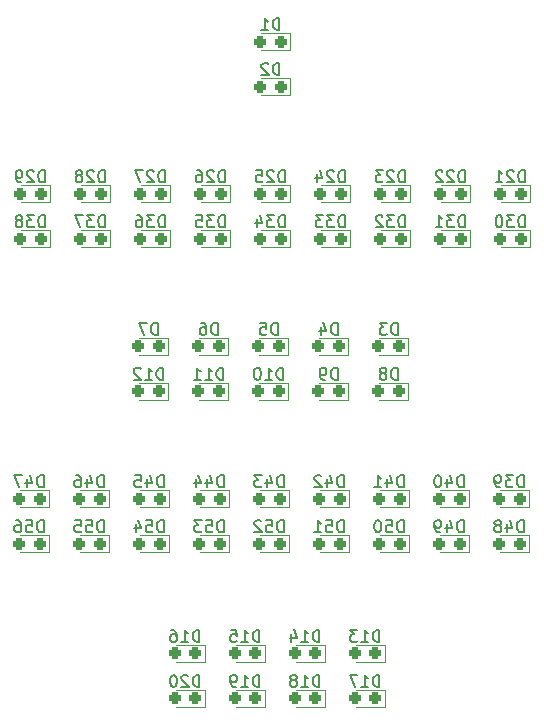
<source format=gbo>
G04 #@! TF.GenerationSoftware,KiCad,Pcbnew,(6.0.2)*
G04 #@! TF.CreationDate,2022-06-08T21:31:36-07:00*
G04 #@! TF.ProjectId,iflfu-bottom,69666c66-752d-4626-9f74-746f6d2e6b69,rev?*
G04 #@! TF.SameCoordinates,Original*
G04 #@! TF.FileFunction,Legend,Bot*
G04 #@! TF.FilePolarity,Positive*
%FSLAX46Y46*%
G04 Gerber Fmt 4.6, Leading zero omitted, Abs format (unit mm)*
G04 Created by KiCad (PCBNEW (6.0.2)) date 2022-06-08 21:31:36*
%MOMM*%
%LPD*%
G01*
G04 APERTURE LIST*
G04 Aperture macros list*
%AMRoundRect*
0 Rectangle with rounded corners*
0 $1 Rounding radius*
0 $2 $3 $4 $5 $6 $7 $8 $9 X,Y pos of 4 corners*
0 Add a 4 corners polygon primitive as box body*
4,1,4,$2,$3,$4,$5,$6,$7,$8,$9,$2,$3,0*
0 Add four circle primitives for the rounded corners*
1,1,$1+$1,$2,$3*
1,1,$1+$1,$4,$5*
1,1,$1+$1,$6,$7*
1,1,$1+$1,$8,$9*
0 Add four rect primitives between the rounded corners*
20,1,$1+$1,$2,$3,$4,$5,0*
20,1,$1+$1,$4,$5,$6,$7,0*
20,1,$1+$1,$6,$7,$8,$9,0*
20,1,$1+$1,$8,$9,$2,$3,0*%
G04 Aperture macros list end*
%ADD10C,0.150000*%
%ADD11C,0.120000*%
%ADD12C,1.000000*%
%ADD13O,5.080000X2.540000*%
%ADD14RoundRect,0.237500X0.287500X0.237500X-0.287500X0.237500X-0.287500X-0.237500X0.287500X-0.237500X0*%
%ADD15O,2.540000X5.080000*%
G04 APERTURE END LIST*
D10*
X160734285Y-192567097D02*
X160734285Y-191567097D01*
X160496190Y-191567097D01*
X160353333Y-191614717D01*
X160258095Y-191709955D01*
X160210476Y-191805193D01*
X160162857Y-191995669D01*
X160162857Y-192138526D01*
X160210476Y-192329002D01*
X160258095Y-192424240D01*
X160353333Y-192519478D01*
X160496190Y-192567097D01*
X160734285Y-192567097D01*
X159258095Y-191567097D02*
X159734285Y-191567097D01*
X159781904Y-192043288D01*
X159734285Y-191995669D01*
X159639047Y-191948050D01*
X159400952Y-191948050D01*
X159305714Y-191995669D01*
X159258095Y-192043288D01*
X159210476Y-192138526D01*
X159210476Y-192376621D01*
X159258095Y-192471859D01*
X159305714Y-192519478D01*
X159400952Y-192567097D01*
X159639047Y-192567097D01*
X159734285Y-192519478D01*
X159781904Y-192471859D01*
X158353333Y-191900431D02*
X158353333Y-192567097D01*
X158591428Y-191519478D02*
X158829523Y-192233764D01*
X158210476Y-192233764D01*
X170994285Y-166757097D02*
X170994285Y-165757097D01*
X170756190Y-165757097D01*
X170613333Y-165804717D01*
X170518095Y-165899955D01*
X170470476Y-165995193D01*
X170422857Y-166185669D01*
X170422857Y-166328526D01*
X170470476Y-166519002D01*
X170518095Y-166614240D01*
X170613333Y-166709478D01*
X170756190Y-166757097D01*
X170994285Y-166757097D01*
X170089523Y-165757097D02*
X169470476Y-165757097D01*
X169803809Y-166138050D01*
X169660952Y-166138050D01*
X169565714Y-166185669D01*
X169518095Y-166233288D01*
X169470476Y-166328526D01*
X169470476Y-166566621D01*
X169518095Y-166661859D01*
X169565714Y-166709478D01*
X169660952Y-166757097D01*
X169946666Y-166757097D01*
X170041904Y-166709478D01*
X170089523Y-166661859D01*
X168613333Y-166090431D02*
X168613333Y-166757097D01*
X168851428Y-165709478D02*
X169089523Y-166423764D01*
X168470476Y-166423764D01*
X163754285Y-205667097D02*
X163754285Y-204667097D01*
X163516190Y-204667097D01*
X163373333Y-204714717D01*
X163278095Y-204809955D01*
X163230476Y-204905193D01*
X163182857Y-205095669D01*
X163182857Y-205238526D01*
X163230476Y-205429002D01*
X163278095Y-205524240D01*
X163373333Y-205619478D01*
X163516190Y-205667097D01*
X163754285Y-205667097D01*
X162801904Y-204762336D02*
X162754285Y-204714717D01*
X162659047Y-204667097D01*
X162420952Y-204667097D01*
X162325714Y-204714717D01*
X162278095Y-204762336D01*
X162230476Y-204857574D01*
X162230476Y-204952812D01*
X162278095Y-205095669D01*
X162849523Y-205667097D01*
X162230476Y-205667097D01*
X161611428Y-204667097D02*
X161516190Y-204667097D01*
X161420952Y-204714717D01*
X161373333Y-204762336D01*
X161325714Y-204857574D01*
X161278095Y-205048050D01*
X161278095Y-205286145D01*
X161325714Y-205476621D01*
X161373333Y-205571859D01*
X161420952Y-205619478D01*
X161516190Y-205667097D01*
X161611428Y-205667097D01*
X161706666Y-205619478D01*
X161754285Y-205571859D01*
X161801904Y-205476621D01*
X161849523Y-205286145D01*
X161849523Y-205048050D01*
X161801904Y-204857574D01*
X161754285Y-204762336D01*
X161706666Y-204714717D01*
X161611428Y-204667097D01*
X165814285Y-188757097D02*
X165814285Y-187757097D01*
X165576190Y-187757097D01*
X165433333Y-187804717D01*
X165338095Y-187899955D01*
X165290476Y-187995193D01*
X165242857Y-188185669D01*
X165242857Y-188328526D01*
X165290476Y-188519002D01*
X165338095Y-188614240D01*
X165433333Y-188709478D01*
X165576190Y-188757097D01*
X165814285Y-188757097D01*
X164385714Y-188090431D02*
X164385714Y-188757097D01*
X164623809Y-187709478D02*
X164861904Y-188423764D01*
X164242857Y-188423764D01*
X163433333Y-188090431D02*
X163433333Y-188757097D01*
X163671428Y-187709478D02*
X163909523Y-188423764D01*
X163290476Y-188423764D01*
X186134285Y-192567097D02*
X186134285Y-191567097D01*
X185896190Y-191567097D01*
X185753333Y-191614717D01*
X185658095Y-191709955D01*
X185610476Y-191805193D01*
X185562857Y-191995669D01*
X185562857Y-192138526D01*
X185610476Y-192329002D01*
X185658095Y-192424240D01*
X185753333Y-192519478D01*
X185896190Y-192567097D01*
X186134285Y-192567097D01*
X184705714Y-191900431D02*
X184705714Y-192567097D01*
X184943809Y-191519478D02*
X185181904Y-192233764D01*
X184562857Y-192233764D01*
X184134285Y-192567097D02*
X183943809Y-192567097D01*
X183848571Y-192519478D01*
X183800952Y-192471859D01*
X183705714Y-192329002D01*
X183658095Y-192138526D01*
X183658095Y-191757574D01*
X183705714Y-191662336D01*
X183753333Y-191614717D01*
X183848571Y-191567097D01*
X184039047Y-191567097D01*
X184134285Y-191614717D01*
X184181904Y-191662336D01*
X184229523Y-191757574D01*
X184229523Y-191995669D01*
X184181904Y-192090907D01*
X184134285Y-192138526D01*
X184039047Y-192186145D01*
X183848571Y-192186145D01*
X183753333Y-192138526D01*
X183705714Y-192090907D01*
X183658095Y-191995669D01*
X170854285Y-179667097D02*
X170854285Y-178667097D01*
X170616190Y-178667097D01*
X170473333Y-178714717D01*
X170378095Y-178809955D01*
X170330476Y-178905193D01*
X170282857Y-179095669D01*
X170282857Y-179238526D01*
X170330476Y-179429002D01*
X170378095Y-179524240D01*
X170473333Y-179619478D01*
X170616190Y-179667097D01*
X170854285Y-179667097D01*
X169330476Y-179667097D02*
X169901904Y-179667097D01*
X169616190Y-179667097D02*
X169616190Y-178667097D01*
X169711428Y-178809955D01*
X169806666Y-178905193D01*
X169901904Y-178952812D01*
X168711428Y-178667097D02*
X168616190Y-178667097D01*
X168520952Y-178714717D01*
X168473333Y-178762336D01*
X168425714Y-178857574D01*
X168378095Y-179048050D01*
X168378095Y-179286145D01*
X168425714Y-179476621D01*
X168473333Y-179571859D01*
X168520952Y-179619478D01*
X168616190Y-179667097D01*
X168711428Y-179667097D01*
X168806666Y-179619478D01*
X168854285Y-179571859D01*
X168901904Y-179476621D01*
X168949523Y-179286145D01*
X168949523Y-179048050D01*
X168901904Y-178857574D01*
X168854285Y-178762336D01*
X168806666Y-178714717D01*
X168711428Y-178667097D01*
X155754285Y-162947097D02*
X155754285Y-161947097D01*
X155516190Y-161947097D01*
X155373333Y-161994717D01*
X155278095Y-162089955D01*
X155230476Y-162185193D01*
X155182857Y-162375669D01*
X155182857Y-162518526D01*
X155230476Y-162709002D01*
X155278095Y-162804240D01*
X155373333Y-162899478D01*
X155516190Y-162947097D01*
X155754285Y-162947097D01*
X154801904Y-162042336D02*
X154754285Y-161994717D01*
X154659047Y-161947097D01*
X154420952Y-161947097D01*
X154325714Y-161994717D01*
X154278095Y-162042336D01*
X154230476Y-162137574D01*
X154230476Y-162232812D01*
X154278095Y-162375669D01*
X154849523Y-162947097D01*
X154230476Y-162947097D01*
X153659047Y-162375669D02*
X153754285Y-162328050D01*
X153801904Y-162280431D01*
X153849523Y-162185193D01*
X153849523Y-162137574D01*
X153801904Y-162042336D01*
X153754285Y-161994717D01*
X153659047Y-161947097D01*
X153468571Y-161947097D01*
X153373333Y-161994717D01*
X153325714Y-162042336D01*
X153278095Y-162137574D01*
X153278095Y-162185193D01*
X153325714Y-162280431D01*
X153373333Y-162328050D01*
X153468571Y-162375669D01*
X153659047Y-162375669D01*
X153754285Y-162423288D01*
X153801904Y-162470907D01*
X153849523Y-162566145D01*
X153849523Y-162756621D01*
X153801904Y-162851859D01*
X153754285Y-162899478D01*
X153659047Y-162947097D01*
X153468571Y-162947097D01*
X153373333Y-162899478D01*
X153325714Y-162851859D01*
X153278095Y-162756621D01*
X153278095Y-162566145D01*
X153325714Y-162470907D01*
X153373333Y-162423288D01*
X153468571Y-162375669D01*
X170994285Y-162947097D02*
X170994285Y-161947097D01*
X170756190Y-161947097D01*
X170613333Y-161994717D01*
X170518095Y-162089955D01*
X170470476Y-162185193D01*
X170422857Y-162375669D01*
X170422857Y-162518526D01*
X170470476Y-162709002D01*
X170518095Y-162804240D01*
X170613333Y-162899478D01*
X170756190Y-162947097D01*
X170994285Y-162947097D01*
X170041904Y-162042336D02*
X169994285Y-161994717D01*
X169899047Y-161947097D01*
X169660952Y-161947097D01*
X169565714Y-161994717D01*
X169518095Y-162042336D01*
X169470476Y-162137574D01*
X169470476Y-162232812D01*
X169518095Y-162375669D01*
X170089523Y-162947097D01*
X169470476Y-162947097D01*
X168565714Y-161947097D02*
X169041904Y-161947097D01*
X169089523Y-162423288D01*
X169041904Y-162375669D01*
X168946666Y-162328050D01*
X168708571Y-162328050D01*
X168613333Y-162375669D01*
X168565714Y-162423288D01*
X168518095Y-162518526D01*
X168518095Y-162756621D01*
X168565714Y-162851859D01*
X168613333Y-162899478D01*
X168708571Y-162947097D01*
X168946666Y-162947097D01*
X169041904Y-162899478D01*
X169089523Y-162851859D01*
X170894285Y-188757097D02*
X170894285Y-187757097D01*
X170656190Y-187757097D01*
X170513333Y-187804717D01*
X170418095Y-187899955D01*
X170370476Y-187995193D01*
X170322857Y-188185669D01*
X170322857Y-188328526D01*
X170370476Y-188519002D01*
X170418095Y-188614240D01*
X170513333Y-188709478D01*
X170656190Y-188757097D01*
X170894285Y-188757097D01*
X169465714Y-188090431D02*
X169465714Y-188757097D01*
X169703809Y-187709478D02*
X169941904Y-188423764D01*
X169322857Y-188423764D01*
X169037142Y-187757097D02*
X168418095Y-187757097D01*
X168751428Y-188138050D01*
X168608571Y-188138050D01*
X168513333Y-188185669D01*
X168465714Y-188233288D01*
X168418095Y-188328526D01*
X168418095Y-188566621D01*
X168465714Y-188661859D01*
X168513333Y-188709478D01*
X168608571Y-188757097D01*
X168894285Y-188757097D01*
X168989523Y-188709478D01*
X169037142Y-188661859D01*
X186234285Y-166757097D02*
X186234285Y-165757097D01*
X185996190Y-165757097D01*
X185853333Y-165804717D01*
X185758095Y-165899955D01*
X185710476Y-165995193D01*
X185662857Y-166185669D01*
X185662857Y-166328526D01*
X185710476Y-166519002D01*
X185758095Y-166614240D01*
X185853333Y-166709478D01*
X185996190Y-166757097D01*
X186234285Y-166757097D01*
X185329523Y-165757097D02*
X184710476Y-165757097D01*
X185043809Y-166138050D01*
X184900952Y-166138050D01*
X184805714Y-166185669D01*
X184758095Y-166233288D01*
X184710476Y-166328526D01*
X184710476Y-166566621D01*
X184758095Y-166661859D01*
X184805714Y-166709478D01*
X184900952Y-166757097D01*
X185186666Y-166757097D01*
X185281904Y-166709478D01*
X185329523Y-166661859D01*
X183758095Y-166757097D02*
X184329523Y-166757097D01*
X184043809Y-166757097D02*
X184043809Y-165757097D01*
X184139047Y-165899955D01*
X184234285Y-165995193D01*
X184329523Y-166042812D01*
X165298095Y-175857097D02*
X165298095Y-174857097D01*
X165060000Y-174857097D01*
X164917142Y-174904717D01*
X164821904Y-174999955D01*
X164774285Y-175095193D01*
X164726666Y-175285669D01*
X164726666Y-175428526D01*
X164774285Y-175619002D01*
X164821904Y-175714240D01*
X164917142Y-175809478D01*
X165060000Y-175857097D01*
X165298095Y-175857097D01*
X163869523Y-174857097D02*
X164060000Y-174857097D01*
X164155238Y-174904717D01*
X164202857Y-174952336D01*
X164298095Y-175095193D01*
X164345714Y-175285669D01*
X164345714Y-175666621D01*
X164298095Y-175761859D01*
X164250476Y-175809478D01*
X164155238Y-175857097D01*
X163964761Y-175857097D01*
X163869523Y-175809478D01*
X163821904Y-175761859D01*
X163774285Y-175666621D01*
X163774285Y-175428526D01*
X163821904Y-175333288D01*
X163869523Y-175285669D01*
X163964761Y-175238050D01*
X164155238Y-175238050D01*
X164250476Y-175285669D01*
X164298095Y-175333288D01*
X164345714Y-175428526D01*
X150674285Y-162947097D02*
X150674285Y-161947097D01*
X150436190Y-161947097D01*
X150293333Y-161994717D01*
X150198095Y-162089955D01*
X150150476Y-162185193D01*
X150102857Y-162375669D01*
X150102857Y-162518526D01*
X150150476Y-162709002D01*
X150198095Y-162804240D01*
X150293333Y-162899478D01*
X150436190Y-162947097D01*
X150674285Y-162947097D01*
X149721904Y-162042336D02*
X149674285Y-161994717D01*
X149579047Y-161947097D01*
X149340952Y-161947097D01*
X149245714Y-161994717D01*
X149198095Y-162042336D01*
X149150476Y-162137574D01*
X149150476Y-162232812D01*
X149198095Y-162375669D01*
X149769523Y-162947097D01*
X149150476Y-162947097D01*
X148674285Y-162947097D02*
X148483809Y-162947097D01*
X148388571Y-162899478D01*
X148340952Y-162851859D01*
X148245714Y-162709002D01*
X148198095Y-162518526D01*
X148198095Y-162137574D01*
X148245714Y-162042336D01*
X148293333Y-161994717D01*
X148388571Y-161947097D01*
X148579047Y-161947097D01*
X148674285Y-161994717D01*
X148721904Y-162042336D01*
X148769523Y-162137574D01*
X148769523Y-162375669D01*
X148721904Y-162470907D01*
X148674285Y-162518526D01*
X148579047Y-162566145D01*
X148388571Y-162566145D01*
X148293333Y-162518526D01*
X148245714Y-162470907D01*
X148198095Y-162375669D01*
X170538095Y-150057097D02*
X170538095Y-149057097D01*
X170300000Y-149057097D01*
X170157142Y-149104717D01*
X170061904Y-149199955D01*
X170014285Y-149295193D01*
X169966666Y-149485669D01*
X169966666Y-149628526D01*
X170014285Y-149819002D01*
X170061904Y-149914240D01*
X170157142Y-150009478D01*
X170300000Y-150057097D01*
X170538095Y-150057097D01*
X169014285Y-150057097D02*
X169585714Y-150057097D01*
X169300000Y-150057097D02*
X169300000Y-149057097D01*
X169395238Y-149199955D01*
X169490476Y-149295193D01*
X169585714Y-149342812D01*
X180538095Y-175857097D02*
X180538095Y-174857097D01*
X180300000Y-174857097D01*
X180157142Y-174904717D01*
X180061904Y-174999955D01*
X180014285Y-175095193D01*
X179966666Y-175285669D01*
X179966666Y-175428526D01*
X180014285Y-175619002D01*
X180061904Y-175714240D01*
X180157142Y-175809478D01*
X180300000Y-175857097D01*
X180538095Y-175857097D01*
X179633333Y-174857097D02*
X179014285Y-174857097D01*
X179347619Y-175238050D01*
X179204761Y-175238050D01*
X179109523Y-175285669D01*
X179061904Y-175333288D01*
X179014285Y-175428526D01*
X179014285Y-175666621D01*
X179061904Y-175761859D01*
X179109523Y-175809478D01*
X179204761Y-175857097D01*
X179490476Y-175857097D01*
X179585714Y-175809478D01*
X179633333Y-175761859D01*
X176074285Y-166757097D02*
X176074285Y-165757097D01*
X175836190Y-165757097D01*
X175693333Y-165804717D01*
X175598095Y-165899955D01*
X175550476Y-165995193D01*
X175502857Y-166185669D01*
X175502857Y-166328526D01*
X175550476Y-166519002D01*
X175598095Y-166614240D01*
X175693333Y-166709478D01*
X175836190Y-166757097D01*
X176074285Y-166757097D01*
X175169523Y-165757097D02*
X174550476Y-165757097D01*
X174883809Y-166138050D01*
X174740952Y-166138050D01*
X174645714Y-166185669D01*
X174598095Y-166233288D01*
X174550476Y-166328526D01*
X174550476Y-166566621D01*
X174598095Y-166661859D01*
X174645714Y-166709478D01*
X174740952Y-166757097D01*
X175026666Y-166757097D01*
X175121904Y-166709478D01*
X175169523Y-166661859D01*
X174217142Y-165757097D02*
X173598095Y-165757097D01*
X173931428Y-166138050D01*
X173788571Y-166138050D01*
X173693333Y-166185669D01*
X173645714Y-166233288D01*
X173598095Y-166328526D01*
X173598095Y-166566621D01*
X173645714Y-166661859D01*
X173693333Y-166709478D01*
X173788571Y-166757097D01*
X174074285Y-166757097D01*
X174169523Y-166709478D01*
X174217142Y-166661859D01*
X170894285Y-192567097D02*
X170894285Y-191567097D01*
X170656190Y-191567097D01*
X170513333Y-191614717D01*
X170418095Y-191709955D01*
X170370476Y-191805193D01*
X170322857Y-191995669D01*
X170322857Y-192138526D01*
X170370476Y-192329002D01*
X170418095Y-192424240D01*
X170513333Y-192519478D01*
X170656190Y-192567097D01*
X170894285Y-192567097D01*
X169418095Y-191567097D02*
X169894285Y-191567097D01*
X169941904Y-192043288D01*
X169894285Y-191995669D01*
X169799047Y-191948050D01*
X169560952Y-191948050D01*
X169465714Y-191995669D01*
X169418095Y-192043288D01*
X169370476Y-192138526D01*
X169370476Y-192376621D01*
X169418095Y-192471859D01*
X169465714Y-192519478D01*
X169560952Y-192567097D01*
X169799047Y-192567097D01*
X169894285Y-192519478D01*
X169941904Y-192471859D01*
X168989523Y-191662336D02*
X168941904Y-191614717D01*
X168846666Y-191567097D01*
X168608571Y-191567097D01*
X168513333Y-191614717D01*
X168465714Y-191662336D01*
X168418095Y-191757574D01*
X168418095Y-191852812D01*
X168465714Y-191995669D01*
X169037142Y-192567097D01*
X168418095Y-192567097D01*
X191314285Y-162947097D02*
X191314285Y-161947097D01*
X191076190Y-161947097D01*
X190933333Y-161994717D01*
X190838095Y-162089955D01*
X190790476Y-162185193D01*
X190742857Y-162375669D01*
X190742857Y-162518526D01*
X190790476Y-162709002D01*
X190838095Y-162804240D01*
X190933333Y-162899478D01*
X191076190Y-162947097D01*
X191314285Y-162947097D01*
X190361904Y-162042336D02*
X190314285Y-161994717D01*
X190219047Y-161947097D01*
X189980952Y-161947097D01*
X189885714Y-161994717D01*
X189838095Y-162042336D01*
X189790476Y-162137574D01*
X189790476Y-162232812D01*
X189838095Y-162375669D01*
X190409523Y-162947097D01*
X189790476Y-162947097D01*
X188838095Y-162947097D02*
X189409523Y-162947097D01*
X189123809Y-162947097D02*
X189123809Y-161947097D01*
X189219047Y-162089955D01*
X189314285Y-162185193D01*
X189409523Y-162232812D01*
X160694285Y-179667097D02*
X160694285Y-178667097D01*
X160456190Y-178667097D01*
X160313333Y-178714717D01*
X160218095Y-178809955D01*
X160170476Y-178905193D01*
X160122857Y-179095669D01*
X160122857Y-179238526D01*
X160170476Y-179429002D01*
X160218095Y-179524240D01*
X160313333Y-179619478D01*
X160456190Y-179667097D01*
X160694285Y-179667097D01*
X159170476Y-179667097D02*
X159741904Y-179667097D01*
X159456190Y-179667097D02*
X159456190Y-178667097D01*
X159551428Y-178809955D01*
X159646666Y-178905193D01*
X159741904Y-178952812D01*
X158789523Y-178762336D02*
X158741904Y-178714717D01*
X158646666Y-178667097D01*
X158408571Y-178667097D01*
X158313333Y-178714717D01*
X158265714Y-178762336D01*
X158218095Y-178857574D01*
X158218095Y-178952812D01*
X158265714Y-179095669D01*
X158837142Y-179667097D01*
X158218095Y-179667097D01*
X160734285Y-188757097D02*
X160734285Y-187757097D01*
X160496190Y-187757097D01*
X160353333Y-187804717D01*
X160258095Y-187899955D01*
X160210476Y-187995193D01*
X160162857Y-188185669D01*
X160162857Y-188328526D01*
X160210476Y-188519002D01*
X160258095Y-188614240D01*
X160353333Y-188709478D01*
X160496190Y-188757097D01*
X160734285Y-188757097D01*
X159305714Y-188090431D02*
X159305714Y-188757097D01*
X159543809Y-187709478D02*
X159781904Y-188423764D01*
X159162857Y-188423764D01*
X158305714Y-187757097D02*
X158781904Y-187757097D01*
X158829523Y-188233288D01*
X158781904Y-188185669D01*
X158686666Y-188138050D01*
X158448571Y-188138050D01*
X158353333Y-188185669D01*
X158305714Y-188233288D01*
X158258095Y-188328526D01*
X158258095Y-188566621D01*
X158305714Y-188661859D01*
X158353333Y-188709478D01*
X158448571Y-188757097D01*
X158686666Y-188757097D01*
X158781904Y-188709478D01*
X158829523Y-188661859D01*
X155654285Y-192567097D02*
X155654285Y-191567097D01*
X155416190Y-191567097D01*
X155273333Y-191614717D01*
X155178095Y-191709955D01*
X155130476Y-191805193D01*
X155082857Y-191995669D01*
X155082857Y-192138526D01*
X155130476Y-192329002D01*
X155178095Y-192424240D01*
X155273333Y-192519478D01*
X155416190Y-192567097D01*
X155654285Y-192567097D01*
X154178095Y-191567097D02*
X154654285Y-191567097D01*
X154701904Y-192043288D01*
X154654285Y-191995669D01*
X154559047Y-191948050D01*
X154320952Y-191948050D01*
X154225714Y-191995669D01*
X154178095Y-192043288D01*
X154130476Y-192138526D01*
X154130476Y-192376621D01*
X154178095Y-192471859D01*
X154225714Y-192519478D01*
X154320952Y-192567097D01*
X154559047Y-192567097D01*
X154654285Y-192519478D01*
X154701904Y-192471859D01*
X153225714Y-191567097D02*
X153701904Y-191567097D01*
X153749523Y-192043288D01*
X153701904Y-191995669D01*
X153606666Y-191948050D01*
X153368571Y-191948050D01*
X153273333Y-191995669D01*
X153225714Y-192043288D01*
X153178095Y-192138526D01*
X153178095Y-192376621D01*
X153225714Y-192471859D01*
X153273333Y-192519478D01*
X153368571Y-192567097D01*
X153606666Y-192567097D01*
X153701904Y-192519478D01*
X153749523Y-192471859D01*
X186134285Y-188757097D02*
X186134285Y-187757097D01*
X185896190Y-187757097D01*
X185753333Y-187804717D01*
X185658095Y-187899955D01*
X185610476Y-187995193D01*
X185562857Y-188185669D01*
X185562857Y-188328526D01*
X185610476Y-188519002D01*
X185658095Y-188614240D01*
X185753333Y-188709478D01*
X185896190Y-188757097D01*
X186134285Y-188757097D01*
X184705714Y-188090431D02*
X184705714Y-188757097D01*
X184943809Y-187709478D02*
X185181904Y-188423764D01*
X184562857Y-188423764D01*
X183991428Y-187757097D02*
X183896190Y-187757097D01*
X183800952Y-187804717D01*
X183753333Y-187852336D01*
X183705714Y-187947574D01*
X183658095Y-188138050D01*
X183658095Y-188376145D01*
X183705714Y-188566621D01*
X183753333Y-188661859D01*
X183800952Y-188709478D01*
X183896190Y-188757097D01*
X183991428Y-188757097D01*
X184086666Y-188709478D01*
X184134285Y-188661859D01*
X184181904Y-188566621D01*
X184229523Y-188376145D01*
X184229523Y-188138050D01*
X184181904Y-187947574D01*
X184134285Y-187852336D01*
X184086666Y-187804717D01*
X183991428Y-187757097D01*
X191214285Y-188757097D02*
X191214285Y-187757097D01*
X190976190Y-187757097D01*
X190833333Y-187804717D01*
X190738095Y-187899955D01*
X190690476Y-187995193D01*
X190642857Y-188185669D01*
X190642857Y-188328526D01*
X190690476Y-188519002D01*
X190738095Y-188614240D01*
X190833333Y-188709478D01*
X190976190Y-188757097D01*
X191214285Y-188757097D01*
X190309523Y-187757097D02*
X189690476Y-187757097D01*
X190023809Y-188138050D01*
X189880952Y-188138050D01*
X189785714Y-188185669D01*
X189738095Y-188233288D01*
X189690476Y-188328526D01*
X189690476Y-188566621D01*
X189738095Y-188661859D01*
X189785714Y-188709478D01*
X189880952Y-188757097D01*
X190166666Y-188757097D01*
X190261904Y-188709478D01*
X190309523Y-188661859D01*
X189214285Y-188757097D02*
X189023809Y-188757097D01*
X188928571Y-188709478D01*
X188880952Y-188661859D01*
X188785714Y-188519002D01*
X188738095Y-188328526D01*
X188738095Y-187947574D01*
X188785714Y-187852336D01*
X188833333Y-187804717D01*
X188928571Y-187757097D01*
X189119047Y-187757097D01*
X189214285Y-187804717D01*
X189261904Y-187852336D01*
X189309523Y-187947574D01*
X189309523Y-188185669D01*
X189261904Y-188280907D01*
X189214285Y-188328526D01*
X189119047Y-188376145D01*
X188928571Y-188376145D01*
X188833333Y-188328526D01*
X188785714Y-188280907D01*
X188738095Y-188185669D01*
X173914285Y-201857097D02*
X173914285Y-200857097D01*
X173676190Y-200857097D01*
X173533333Y-200904717D01*
X173438095Y-200999955D01*
X173390476Y-201095193D01*
X173342857Y-201285669D01*
X173342857Y-201428526D01*
X173390476Y-201619002D01*
X173438095Y-201714240D01*
X173533333Y-201809478D01*
X173676190Y-201857097D01*
X173914285Y-201857097D01*
X172390476Y-201857097D02*
X172961904Y-201857097D01*
X172676190Y-201857097D02*
X172676190Y-200857097D01*
X172771428Y-200999955D01*
X172866666Y-201095193D01*
X172961904Y-201142812D01*
X171533333Y-201190431D02*
X171533333Y-201857097D01*
X171771428Y-200809478D02*
X172009523Y-201523764D01*
X171390476Y-201523764D01*
X173914285Y-205667097D02*
X173914285Y-204667097D01*
X173676190Y-204667097D01*
X173533333Y-204714717D01*
X173438095Y-204809955D01*
X173390476Y-204905193D01*
X173342857Y-205095669D01*
X173342857Y-205238526D01*
X173390476Y-205429002D01*
X173438095Y-205524240D01*
X173533333Y-205619478D01*
X173676190Y-205667097D01*
X173914285Y-205667097D01*
X172390476Y-205667097D02*
X172961904Y-205667097D01*
X172676190Y-205667097D02*
X172676190Y-204667097D01*
X172771428Y-204809955D01*
X172866666Y-204905193D01*
X172961904Y-204952812D01*
X171819047Y-205095669D02*
X171914285Y-205048050D01*
X171961904Y-205000431D01*
X172009523Y-204905193D01*
X172009523Y-204857574D01*
X171961904Y-204762336D01*
X171914285Y-204714717D01*
X171819047Y-204667097D01*
X171628571Y-204667097D01*
X171533333Y-204714717D01*
X171485714Y-204762336D01*
X171438095Y-204857574D01*
X171438095Y-204905193D01*
X171485714Y-205000431D01*
X171533333Y-205048050D01*
X171628571Y-205095669D01*
X171819047Y-205095669D01*
X171914285Y-205143288D01*
X171961904Y-205190907D01*
X172009523Y-205286145D01*
X172009523Y-205476621D01*
X171961904Y-205571859D01*
X171914285Y-205619478D01*
X171819047Y-205667097D01*
X171628571Y-205667097D01*
X171533333Y-205619478D01*
X171485714Y-205571859D01*
X171438095Y-205476621D01*
X171438095Y-205286145D01*
X171485714Y-205190907D01*
X171533333Y-205143288D01*
X171628571Y-205095669D01*
X181154285Y-166757097D02*
X181154285Y-165757097D01*
X180916190Y-165757097D01*
X180773333Y-165804717D01*
X180678095Y-165899955D01*
X180630476Y-165995193D01*
X180582857Y-166185669D01*
X180582857Y-166328526D01*
X180630476Y-166519002D01*
X180678095Y-166614240D01*
X180773333Y-166709478D01*
X180916190Y-166757097D01*
X181154285Y-166757097D01*
X180249523Y-165757097D02*
X179630476Y-165757097D01*
X179963809Y-166138050D01*
X179820952Y-166138050D01*
X179725714Y-166185669D01*
X179678095Y-166233288D01*
X179630476Y-166328526D01*
X179630476Y-166566621D01*
X179678095Y-166661859D01*
X179725714Y-166709478D01*
X179820952Y-166757097D01*
X180106666Y-166757097D01*
X180201904Y-166709478D01*
X180249523Y-166661859D01*
X179249523Y-165852336D02*
X179201904Y-165804717D01*
X179106666Y-165757097D01*
X178868571Y-165757097D01*
X178773333Y-165804717D01*
X178725714Y-165852336D01*
X178678095Y-165947574D01*
X178678095Y-166042812D01*
X178725714Y-166185669D01*
X179297142Y-166757097D01*
X178678095Y-166757097D01*
X165774285Y-179667097D02*
X165774285Y-178667097D01*
X165536190Y-178667097D01*
X165393333Y-178714717D01*
X165298095Y-178809955D01*
X165250476Y-178905193D01*
X165202857Y-179095669D01*
X165202857Y-179238526D01*
X165250476Y-179429002D01*
X165298095Y-179524240D01*
X165393333Y-179619478D01*
X165536190Y-179667097D01*
X165774285Y-179667097D01*
X164250476Y-179667097D02*
X164821904Y-179667097D01*
X164536190Y-179667097D02*
X164536190Y-178667097D01*
X164631428Y-178809955D01*
X164726666Y-178905193D01*
X164821904Y-178952812D01*
X163298095Y-179667097D02*
X163869523Y-179667097D01*
X163583809Y-179667097D02*
X163583809Y-178667097D01*
X163679047Y-178809955D01*
X163774285Y-178905193D01*
X163869523Y-178952812D01*
X165914285Y-162947097D02*
X165914285Y-161947097D01*
X165676190Y-161947097D01*
X165533333Y-161994717D01*
X165438095Y-162089955D01*
X165390476Y-162185193D01*
X165342857Y-162375669D01*
X165342857Y-162518526D01*
X165390476Y-162709002D01*
X165438095Y-162804240D01*
X165533333Y-162899478D01*
X165676190Y-162947097D01*
X165914285Y-162947097D01*
X164961904Y-162042336D02*
X164914285Y-161994717D01*
X164819047Y-161947097D01*
X164580952Y-161947097D01*
X164485714Y-161994717D01*
X164438095Y-162042336D01*
X164390476Y-162137574D01*
X164390476Y-162232812D01*
X164438095Y-162375669D01*
X165009523Y-162947097D01*
X164390476Y-162947097D01*
X163533333Y-161947097D02*
X163723809Y-161947097D01*
X163819047Y-161994717D01*
X163866666Y-162042336D01*
X163961904Y-162185193D01*
X164009523Y-162375669D01*
X164009523Y-162756621D01*
X163961904Y-162851859D01*
X163914285Y-162899478D01*
X163819047Y-162947097D01*
X163628571Y-162947097D01*
X163533333Y-162899478D01*
X163485714Y-162851859D01*
X163438095Y-162756621D01*
X163438095Y-162518526D01*
X163485714Y-162423288D01*
X163533333Y-162375669D01*
X163628571Y-162328050D01*
X163819047Y-162328050D01*
X163914285Y-162375669D01*
X163961904Y-162423288D01*
X164009523Y-162518526D01*
X150574285Y-188757097D02*
X150574285Y-187757097D01*
X150336190Y-187757097D01*
X150193333Y-187804717D01*
X150098095Y-187899955D01*
X150050476Y-187995193D01*
X150002857Y-188185669D01*
X150002857Y-188328526D01*
X150050476Y-188519002D01*
X150098095Y-188614240D01*
X150193333Y-188709478D01*
X150336190Y-188757097D01*
X150574285Y-188757097D01*
X149145714Y-188090431D02*
X149145714Y-188757097D01*
X149383809Y-187709478D02*
X149621904Y-188423764D01*
X149002857Y-188423764D01*
X148717142Y-187757097D02*
X148050476Y-187757097D01*
X148479047Y-188757097D01*
X155754285Y-166757097D02*
X155754285Y-165757097D01*
X155516190Y-165757097D01*
X155373333Y-165804717D01*
X155278095Y-165899955D01*
X155230476Y-165995193D01*
X155182857Y-166185669D01*
X155182857Y-166328526D01*
X155230476Y-166519002D01*
X155278095Y-166614240D01*
X155373333Y-166709478D01*
X155516190Y-166757097D01*
X155754285Y-166757097D01*
X154849523Y-165757097D02*
X154230476Y-165757097D01*
X154563809Y-166138050D01*
X154420952Y-166138050D01*
X154325714Y-166185669D01*
X154278095Y-166233288D01*
X154230476Y-166328526D01*
X154230476Y-166566621D01*
X154278095Y-166661859D01*
X154325714Y-166709478D01*
X154420952Y-166757097D01*
X154706666Y-166757097D01*
X154801904Y-166709478D01*
X154849523Y-166661859D01*
X153897142Y-165757097D02*
X153230476Y-165757097D01*
X153659047Y-166757097D01*
X155654285Y-188757097D02*
X155654285Y-187757097D01*
X155416190Y-187757097D01*
X155273333Y-187804717D01*
X155178095Y-187899955D01*
X155130476Y-187995193D01*
X155082857Y-188185669D01*
X155082857Y-188328526D01*
X155130476Y-188519002D01*
X155178095Y-188614240D01*
X155273333Y-188709478D01*
X155416190Y-188757097D01*
X155654285Y-188757097D01*
X154225714Y-188090431D02*
X154225714Y-188757097D01*
X154463809Y-187709478D02*
X154701904Y-188423764D01*
X154082857Y-188423764D01*
X153273333Y-187757097D02*
X153463809Y-187757097D01*
X153559047Y-187804717D01*
X153606666Y-187852336D01*
X153701904Y-187995193D01*
X153749523Y-188185669D01*
X153749523Y-188566621D01*
X153701904Y-188661859D01*
X153654285Y-188709478D01*
X153559047Y-188757097D01*
X153368571Y-188757097D01*
X153273333Y-188709478D01*
X153225714Y-188661859D01*
X153178095Y-188566621D01*
X153178095Y-188328526D01*
X153225714Y-188233288D01*
X153273333Y-188185669D01*
X153368571Y-188138050D01*
X153559047Y-188138050D01*
X153654285Y-188185669D01*
X153701904Y-188233288D01*
X153749523Y-188328526D01*
X191314285Y-166757097D02*
X191314285Y-165757097D01*
X191076190Y-165757097D01*
X190933333Y-165804717D01*
X190838095Y-165899955D01*
X190790476Y-165995193D01*
X190742857Y-166185669D01*
X190742857Y-166328526D01*
X190790476Y-166519002D01*
X190838095Y-166614240D01*
X190933333Y-166709478D01*
X191076190Y-166757097D01*
X191314285Y-166757097D01*
X190409523Y-165757097D02*
X189790476Y-165757097D01*
X190123809Y-166138050D01*
X189980952Y-166138050D01*
X189885714Y-166185669D01*
X189838095Y-166233288D01*
X189790476Y-166328526D01*
X189790476Y-166566621D01*
X189838095Y-166661859D01*
X189885714Y-166709478D01*
X189980952Y-166757097D01*
X190266666Y-166757097D01*
X190361904Y-166709478D01*
X190409523Y-166661859D01*
X189171428Y-165757097D02*
X189076190Y-165757097D01*
X188980952Y-165804717D01*
X188933333Y-165852336D01*
X188885714Y-165947574D01*
X188838095Y-166138050D01*
X188838095Y-166376145D01*
X188885714Y-166566621D01*
X188933333Y-166661859D01*
X188980952Y-166709478D01*
X189076190Y-166757097D01*
X189171428Y-166757097D01*
X189266666Y-166709478D01*
X189314285Y-166661859D01*
X189361904Y-166566621D01*
X189409523Y-166376145D01*
X189409523Y-166138050D01*
X189361904Y-165947574D01*
X189314285Y-165852336D01*
X189266666Y-165804717D01*
X189171428Y-165757097D01*
X150674285Y-166757097D02*
X150674285Y-165757097D01*
X150436190Y-165757097D01*
X150293333Y-165804717D01*
X150198095Y-165899955D01*
X150150476Y-165995193D01*
X150102857Y-166185669D01*
X150102857Y-166328526D01*
X150150476Y-166519002D01*
X150198095Y-166614240D01*
X150293333Y-166709478D01*
X150436190Y-166757097D01*
X150674285Y-166757097D01*
X149769523Y-165757097D02*
X149150476Y-165757097D01*
X149483809Y-166138050D01*
X149340952Y-166138050D01*
X149245714Y-166185669D01*
X149198095Y-166233288D01*
X149150476Y-166328526D01*
X149150476Y-166566621D01*
X149198095Y-166661859D01*
X149245714Y-166709478D01*
X149340952Y-166757097D01*
X149626666Y-166757097D01*
X149721904Y-166709478D01*
X149769523Y-166661859D01*
X148579047Y-166185669D02*
X148674285Y-166138050D01*
X148721904Y-166090431D01*
X148769523Y-165995193D01*
X148769523Y-165947574D01*
X148721904Y-165852336D01*
X148674285Y-165804717D01*
X148579047Y-165757097D01*
X148388571Y-165757097D01*
X148293333Y-165804717D01*
X148245714Y-165852336D01*
X148198095Y-165947574D01*
X148198095Y-165995193D01*
X148245714Y-166090431D01*
X148293333Y-166138050D01*
X148388571Y-166185669D01*
X148579047Y-166185669D01*
X148674285Y-166233288D01*
X148721904Y-166280907D01*
X148769523Y-166376145D01*
X148769523Y-166566621D01*
X148721904Y-166661859D01*
X148674285Y-166709478D01*
X148579047Y-166757097D01*
X148388571Y-166757097D01*
X148293333Y-166709478D01*
X148245714Y-166661859D01*
X148198095Y-166566621D01*
X148198095Y-166376145D01*
X148245714Y-166280907D01*
X148293333Y-166233288D01*
X148388571Y-166185669D01*
X170378095Y-175857097D02*
X170378095Y-174857097D01*
X170140000Y-174857097D01*
X169997142Y-174904717D01*
X169901904Y-174999955D01*
X169854285Y-175095193D01*
X169806666Y-175285669D01*
X169806666Y-175428526D01*
X169854285Y-175619002D01*
X169901904Y-175714240D01*
X169997142Y-175809478D01*
X170140000Y-175857097D01*
X170378095Y-175857097D01*
X168901904Y-174857097D02*
X169378095Y-174857097D01*
X169425714Y-175333288D01*
X169378095Y-175285669D01*
X169282857Y-175238050D01*
X169044761Y-175238050D01*
X168949523Y-175285669D01*
X168901904Y-175333288D01*
X168854285Y-175428526D01*
X168854285Y-175666621D01*
X168901904Y-175761859D01*
X168949523Y-175809478D01*
X169044761Y-175857097D01*
X169282857Y-175857097D01*
X169378095Y-175809478D01*
X169425714Y-175761859D01*
X181154285Y-162947097D02*
X181154285Y-161947097D01*
X180916190Y-161947097D01*
X180773333Y-161994717D01*
X180678095Y-162089955D01*
X180630476Y-162185193D01*
X180582857Y-162375669D01*
X180582857Y-162518526D01*
X180630476Y-162709002D01*
X180678095Y-162804240D01*
X180773333Y-162899478D01*
X180916190Y-162947097D01*
X181154285Y-162947097D01*
X180201904Y-162042336D02*
X180154285Y-161994717D01*
X180059047Y-161947097D01*
X179820952Y-161947097D01*
X179725714Y-161994717D01*
X179678095Y-162042336D01*
X179630476Y-162137574D01*
X179630476Y-162232812D01*
X179678095Y-162375669D01*
X180249523Y-162947097D01*
X179630476Y-162947097D01*
X179297142Y-161947097D02*
X178678095Y-161947097D01*
X179011428Y-162328050D01*
X178868571Y-162328050D01*
X178773333Y-162375669D01*
X178725714Y-162423288D01*
X178678095Y-162518526D01*
X178678095Y-162756621D01*
X178725714Y-162851859D01*
X178773333Y-162899478D01*
X178868571Y-162947097D01*
X179154285Y-162947097D01*
X179249523Y-162899478D01*
X179297142Y-162851859D01*
X150574285Y-192567097D02*
X150574285Y-191567097D01*
X150336190Y-191567097D01*
X150193333Y-191614717D01*
X150098095Y-191709955D01*
X150050476Y-191805193D01*
X150002857Y-191995669D01*
X150002857Y-192138526D01*
X150050476Y-192329002D01*
X150098095Y-192424240D01*
X150193333Y-192519478D01*
X150336190Y-192567097D01*
X150574285Y-192567097D01*
X149098095Y-191567097D02*
X149574285Y-191567097D01*
X149621904Y-192043288D01*
X149574285Y-191995669D01*
X149479047Y-191948050D01*
X149240952Y-191948050D01*
X149145714Y-191995669D01*
X149098095Y-192043288D01*
X149050476Y-192138526D01*
X149050476Y-192376621D01*
X149098095Y-192471859D01*
X149145714Y-192519478D01*
X149240952Y-192567097D01*
X149479047Y-192567097D01*
X149574285Y-192519478D01*
X149621904Y-192471859D01*
X148193333Y-191567097D02*
X148383809Y-191567097D01*
X148479047Y-191614717D01*
X148526666Y-191662336D01*
X148621904Y-191805193D01*
X148669523Y-191995669D01*
X148669523Y-192376621D01*
X148621904Y-192471859D01*
X148574285Y-192519478D01*
X148479047Y-192567097D01*
X148288571Y-192567097D01*
X148193333Y-192519478D01*
X148145714Y-192471859D01*
X148098095Y-192376621D01*
X148098095Y-192138526D01*
X148145714Y-192043288D01*
X148193333Y-191995669D01*
X148288571Y-191948050D01*
X148479047Y-191948050D01*
X148574285Y-191995669D01*
X148621904Y-192043288D01*
X148669523Y-192138526D01*
X181054285Y-188757097D02*
X181054285Y-187757097D01*
X180816190Y-187757097D01*
X180673333Y-187804717D01*
X180578095Y-187899955D01*
X180530476Y-187995193D01*
X180482857Y-188185669D01*
X180482857Y-188328526D01*
X180530476Y-188519002D01*
X180578095Y-188614240D01*
X180673333Y-188709478D01*
X180816190Y-188757097D01*
X181054285Y-188757097D01*
X179625714Y-188090431D02*
X179625714Y-188757097D01*
X179863809Y-187709478D02*
X180101904Y-188423764D01*
X179482857Y-188423764D01*
X178578095Y-188757097D02*
X179149523Y-188757097D01*
X178863809Y-188757097D02*
X178863809Y-187757097D01*
X178959047Y-187899955D01*
X179054285Y-187995193D01*
X179149523Y-188042812D01*
X186234285Y-162947097D02*
X186234285Y-161947097D01*
X185996190Y-161947097D01*
X185853333Y-161994717D01*
X185758095Y-162089955D01*
X185710476Y-162185193D01*
X185662857Y-162375669D01*
X185662857Y-162518526D01*
X185710476Y-162709002D01*
X185758095Y-162804240D01*
X185853333Y-162899478D01*
X185996190Y-162947097D01*
X186234285Y-162947097D01*
X185281904Y-162042336D02*
X185234285Y-161994717D01*
X185139047Y-161947097D01*
X184900952Y-161947097D01*
X184805714Y-161994717D01*
X184758095Y-162042336D01*
X184710476Y-162137574D01*
X184710476Y-162232812D01*
X184758095Y-162375669D01*
X185329523Y-162947097D01*
X184710476Y-162947097D01*
X184329523Y-162042336D02*
X184281904Y-161994717D01*
X184186666Y-161947097D01*
X183948571Y-161947097D01*
X183853333Y-161994717D01*
X183805714Y-162042336D01*
X183758095Y-162137574D01*
X183758095Y-162232812D01*
X183805714Y-162375669D01*
X184377142Y-162947097D01*
X183758095Y-162947097D01*
X178994285Y-205667097D02*
X178994285Y-204667097D01*
X178756190Y-204667097D01*
X178613333Y-204714717D01*
X178518095Y-204809955D01*
X178470476Y-204905193D01*
X178422857Y-205095669D01*
X178422857Y-205238526D01*
X178470476Y-205429002D01*
X178518095Y-205524240D01*
X178613333Y-205619478D01*
X178756190Y-205667097D01*
X178994285Y-205667097D01*
X177470476Y-205667097D02*
X178041904Y-205667097D01*
X177756190Y-205667097D02*
X177756190Y-204667097D01*
X177851428Y-204809955D01*
X177946666Y-204905193D01*
X178041904Y-204952812D01*
X177137142Y-204667097D02*
X176470476Y-204667097D01*
X176899047Y-205667097D01*
X165814285Y-192567097D02*
X165814285Y-191567097D01*
X165576190Y-191567097D01*
X165433333Y-191614717D01*
X165338095Y-191709955D01*
X165290476Y-191805193D01*
X165242857Y-191995669D01*
X165242857Y-192138526D01*
X165290476Y-192329002D01*
X165338095Y-192424240D01*
X165433333Y-192519478D01*
X165576190Y-192567097D01*
X165814285Y-192567097D01*
X164338095Y-191567097D02*
X164814285Y-191567097D01*
X164861904Y-192043288D01*
X164814285Y-191995669D01*
X164719047Y-191948050D01*
X164480952Y-191948050D01*
X164385714Y-191995669D01*
X164338095Y-192043288D01*
X164290476Y-192138526D01*
X164290476Y-192376621D01*
X164338095Y-192471859D01*
X164385714Y-192519478D01*
X164480952Y-192567097D01*
X164719047Y-192567097D01*
X164814285Y-192519478D01*
X164861904Y-192471859D01*
X163957142Y-191567097D02*
X163338095Y-191567097D01*
X163671428Y-191948050D01*
X163528571Y-191948050D01*
X163433333Y-191995669D01*
X163385714Y-192043288D01*
X163338095Y-192138526D01*
X163338095Y-192376621D01*
X163385714Y-192471859D01*
X163433333Y-192519478D01*
X163528571Y-192567097D01*
X163814285Y-192567097D01*
X163909523Y-192519478D01*
X163957142Y-192471859D01*
X163754285Y-201857097D02*
X163754285Y-200857097D01*
X163516190Y-200857097D01*
X163373333Y-200904717D01*
X163278095Y-200999955D01*
X163230476Y-201095193D01*
X163182857Y-201285669D01*
X163182857Y-201428526D01*
X163230476Y-201619002D01*
X163278095Y-201714240D01*
X163373333Y-201809478D01*
X163516190Y-201857097D01*
X163754285Y-201857097D01*
X162230476Y-201857097D02*
X162801904Y-201857097D01*
X162516190Y-201857097D02*
X162516190Y-200857097D01*
X162611428Y-200999955D01*
X162706666Y-201095193D01*
X162801904Y-201142812D01*
X161373333Y-200857097D02*
X161563809Y-200857097D01*
X161659047Y-200904717D01*
X161706666Y-200952336D01*
X161801904Y-201095193D01*
X161849523Y-201285669D01*
X161849523Y-201666621D01*
X161801904Y-201761859D01*
X161754285Y-201809478D01*
X161659047Y-201857097D01*
X161468571Y-201857097D01*
X161373333Y-201809478D01*
X161325714Y-201761859D01*
X161278095Y-201666621D01*
X161278095Y-201428526D01*
X161325714Y-201333288D01*
X161373333Y-201285669D01*
X161468571Y-201238050D01*
X161659047Y-201238050D01*
X161754285Y-201285669D01*
X161801904Y-201333288D01*
X161849523Y-201428526D01*
X175974285Y-192567097D02*
X175974285Y-191567097D01*
X175736190Y-191567097D01*
X175593333Y-191614717D01*
X175498095Y-191709955D01*
X175450476Y-191805193D01*
X175402857Y-191995669D01*
X175402857Y-192138526D01*
X175450476Y-192329002D01*
X175498095Y-192424240D01*
X175593333Y-192519478D01*
X175736190Y-192567097D01*
X175974285Y-192567097D01*
X174498095Y-191567097D02*
X174974285Y-191567097D01*
X175021904Y-192043288D01*
X174974285Y-191995669D01*
X174879047Y-191948050D01*
X174640952Y-191948050D01*
X174545714Y-191995669D01*
X174498095Y-192043288D01*
X174450476Y-192138526D01*
X174450476Y-192376621D01*
X174498095Y-192471859D01*
X174545714Y-192519478D01*
X174640952Y-192567097D01*
X174879047Y-192567097D01*
X174974285Y-192519478D01*
X175021904Y-192471859D01*
X173498095Y-192567097D02*
X174069523Y-192567097D01*
X173783809Y-192567097D02*
X173783809Y-191567097D01*
X173879047Y-191709955D01*
X173974285Y-191805193D01*
X174069523Y-191852812D01*
X176074285Y-162947097D02*
X176074285Y-161947097D01*
X175836190Y-161947097D01*
X175693333Y-161994717D01*
X175598095Y-162089955D01*
X175550476Y-162185193D01*
X175502857Y-162375669D01*
X175502857Y-162518526D01*
X175550476Y-162709002D01*
X175598095Y-162804240D01*
X175693333Y-162899478D01*
X175836190Y-162947097D01*
X176074285Y-162947097D01*
X175121904Y-162042336D02*
X175074285Y-161994717D01*
X174979047Y-161947097D01*
X174740952Y-161947097D01*
X174645714Y-161994717D01*
X174598095Y-162042336D01*
X174550476Y-162137574D01*
X174550476Y-162232812D01*
X174598095Y-162375669D01*
X175169523Y-162947097D01*
X174550476Y-162947097D01*
X173693333Y-162280431D02*
X173693333Y-162947097D01*
X173931428Y-161899478D02*
X174169523Y-162613764D01*
X173550476Y-162613764D01*
X191214285Y-192567097D02*
X191214285Y-191567097D01*
X190976190Y-191567097D01*
X190833333Y-191614717D01*
X190738095Y-191709955D01*
X190690476Y-191805193D01*
X190642857Y-191995669D01*
X190642857Y-192138526D01*
X190690476Y-192329002D01*
X190738095Y-192424240D01*
X190833333Y-192519478D01*
X190976190Y-192567097D01*
X191214285Y-192567097D01*
X189785714Y-191900431D02*
X189785714Y-192567097D01*
X190023809Y-191519478D02*
X190261904Y-192233764D01*
X189642857Y-192233764D01*
X189119047Y-191995669D02*
X189214285Y-191948050D01*
X189261904Y-191900431D01*
X189309523Y-191805193D01*
X189309523Y-191757574D01*
X189261904Y-191662336D01*
X189214285Y-191614717D01*
X189119047Y-191567097D01*
X188928571Y-191567097D01*
X188833333Y-191614717D01*
X188785714Y-191662336D01*
X188738095Y-191757574D01*
X188738095Y-191805193D01*
X188785714Y-191900431D01*
X188833333Y-191948050D01*
X188928571Y-191995669D01*
X189119047Y-191995669D01*
X189214285Y-192043288D01*
X189261904Y-192090907D01*
X189309523Y-192186145D01*
X189309523Y-192376621D01*
X189261904Y-192471859D01*
X189214285Y-192519478D01*
X189119047Y-192567097D01*
X188928571Y-192567097D01*
X188833333Y-192519478D01*
X188785714Y-192471859D01*
X188738095Y-192376621D01*
X188738095Y-192186145D01*
X188785714Y-192090907D01*
X188833333Y-192043288D01*
X188928571Y-191995669D01*
X168834285Y-205667097D02*
X168834285Y-204667097D01*
X168596190Y-204667097D01*
X168453333Y-204714717D01*
X168358095Y-204809955D01*
X168310476Y-204905193D01*
X168262857Y-205095669D01*
X168262857Y-205238526D01*
X168310476Y-205429002D01*
X168358095Y-205524240D01*
X168453333Y-205619478D01*
X168596190Y-205667097D01*
X168834285Y-205667097D01*
X167310476Y-205667097D02*
X167881904Y-205667097D01*
X167596190Y-205667097D02*
X167596190Y-204667097D01*
X167691428Y-204809955D01*
X167786666Y-204905193D01*
X167881904Y-204952812D01*
X166834285Y-205667097D02*
X166643809Y-205667097D01*
X166548571Y-205619478D01*
X166500952Y-205571859D01*
X166405714Y-205429002D01*
X166358095Y-205238526D01*
X166358095Y-204857574D01*
X166405714Y-204762336D01*
X166453333Y-204714717D01*
X166548571Y-204667097D01*
X166739047Y-204667097D01*
X166834285Y-204714717D01*
X166881904Y-204762336D01*
X166929523Y-204857574D01*
X166929523Y-205095669D01*
X166881904Y-205190907D01*
X166834285Y-205238526D01*
X166739047Y-205286145D01*
X166548571Y-205286145D01*
X166453333Y-205238526D01*
X166405714Y-205190907D01*
X166358095Y-205095669D01*
X181054285Y-192567097D02*
X181054285Y-191567097D01*
X180816190Y-191567097D01*
X180673333Y-191614717D01*
X180578095Y-191709955D01*
X180530476Y-191805193D01*
X180482857Y-191995669D01*
X180482857Y-192138526D01*
X180530476Y-192329002D01*
X180578095Y-192424240D01*
X180673333Y-192519478D01*
X180816190Y-192567097D01*
X181054285Y-192567097D01*
X179578095Y-191567097D02*
X180054285Y-191567097D01*
X180101904Y-192043288D01*
X180054285Y-191995669D01*
X179959047Y-191948050D01*
X179720952Y-191948050D01*
X179625714Y-191995669D01*
X179578095Y-192043288D01*
X179530476Y-192138526D01*
X179530476Y-192376621D01*
X179578095Y-192471859D01*
X179625714Y-192519478D01*
X179720952Y-192567097D01*
X179959047Y-192567097D01*
X180054285Y-192519478D01*
X180101904Y-192471859D01*
X178911428Y-191567097D02*
X178816190Y-191567097D01*
X178720952Y-191614717D01*
X178673333Y-191662336D01*
X178625714Y-191757574D01*
X178578095Y-191948050D01*
X178578095Y-192186145D01*
X178625714Y-192376621D01*
X178673333Y-192471859D01*
X178720952Y-192519478D01*
X178816190Y-192567097D01*
X178911428Y-192567097D01*
X179006666Y-192519478D01*
X179054285Y-192471859D01*
X179101904Y-192376621D01*
X179149523Y-192186145D01*
X179149523Y-191948050D01*
X179101904Y-191757574D01*
X179054285Y-191662336D01*
X179006666Y-191614717D01*
X178911428Y-191567097D01*
X175974285Y-188757097D02*
X175974285Y-187757097D01*
X175736190Y-187757097D01*
X175593333Y-187804717D01*
X175498095Y-187899955D01*
X175450476Y-187995193D01*
X175402857Y-188185669D01*
X175402857Y-188328526D01*
X175450476Y-188519002D01*
X175498095Y-188614240D01*
X175593333Y-188709478D01*
X175736190Y-188757097D01*
X175974285Y-188757097D01*
X174545714Y-188090431D02*
X174545714Y-188757097D01*
X174783809Y-187709478D02*
X175021904Y-188423764D01*
X174402857Y-188423764D01*
X174069523Y-187852336D02*
X174021904Y-187804717D01*
X173926666Y-187757097D01*
X173688571Y-187757097D01*
X173593333Y-187804717D01*
X173545714Y-187852336D01*
X173498095Y-187947574D01*
X173498095Y-188042812D01*
X173545714Y-188185669D01*
X174117142Y-188757097D01*
X173498095Y-188757097D01*
X180538095Y-179667097D02*
X180538095Y-178667097D01*
X180300000Y-178667097D01*
X180157142Y-178714717D01*
X180061904Y-178809955D01*
X180014285Y-178905193D01*
X179966666Y-179095669D01*
X179966666Y-179238526D01*
X180014285Y-179429002D01*
X180061904Y-179524240D01*
X180157142Y-179619478D01*
X180300000Y-179667097D01*
X180538095Y-179667097D01*
X179395238Y-179095669D02*
X179490476Y-179048050D01*
X179538095Y-179000431D01*
X179585714Y-178905193D01*
X179585714Y-178857574D01*
X179538095Y-178762336D01*
X179490476Y-178714717D01*
X179395238Y-178667097D01*
X179204761Y-178667097D01*
X179109523Y-178714717D01*
X179061904Y-178762336D01*
X179014285Y-178857574D01*
X179014285Y-178905193D01*
X179061904Y-179000431D01*
X179109523Y-179048050D01*
X179204761Y-179095669D01*
X179395238Y-179095669D01*
X179490476Y-179143288D01*
X179538095Y-179190907D01*
X179585714Y-179286145D01*
X179585714Y-179476621D01*
X179538095Y-179571859D01*
X179490476Y-179619478D01*
X179395238Y-179667097D01*
X179204761Y-179667097D01*
X179109523Y-179619478D01*
X179061904Y-179571859D01*
X179014285Y-179476621D01*
X179014285Y-179286145D01*
X179061904Y-179190907D01*
X179109523Y-179143288D01*
X179204761Y-179095669D01*
X160834285Y-162947097D02*
X160834285Y-161947097D01*
X160596190Y-161947097D01*
X160453333Y-161994717D01*
X160358095Y-162089955D01*
X160310476Y-162185193D01*
X160262857Y-162375669D01*
X160262857Y-162518526D01*
X160310476Y-162709002D01*
X160358095Y-162804240D01*
X160453333Y-162899478D01*
X160596190Y-162947097D01*
X160834285Y-162947097D01*
X159881904Y-162042336D02*
X159834285Y-161994717D01*
X159739047Y-161947097D01*
X159500952Y-161947097D01*
X159405714Y-161994717D01*
X159358095Y-162042336D01*
X159310476Y-162137574D01*
X159310476Y-162232812D01*
X159358095Y-162375669D01*
X159929523Y-162947097D01*
X159310476Y-162947097D01*
X158977142Y-161947097D02*
X158310476Y-161947097D01*
X158739047Y-162947097D01*
X170538095Y-153867097D02*
X170538095Y-152867097D01*
X170300000Y-152867097D01*
X170157142Y-152914717D01*
X170061904Y-153009955D01*
X170014285Y-153105193D01*
X169966666Y-153295669D01*
X169966666Y-153438526D01*
X170014285Y-153629002D01*
X170061904Y-153724240D01*
X170157142Y-153819478D01*
X170300000Y-153867097D01*
X170538095Y-153867097D01*
X169585714Y-152962336D02*
X169538095Y-152914717D01*
X169442857Y-152867097D01*
X169204761Y-152867097D01*
X169109523Y-152914717D01*
X169061904Y-152962336D01*
X169014285Y-153057574D01*
X169014285Y-153152812D01*
X169061904Y-153295669D01*
X169633333Y-153867097D01*
X169014285Y-153867097D01*
X168834285Y-201857097D02*
X168834285Y-200857097D01*
X168596190Y-200857097D01*
X168453333Y-200904717D01*
X168358095Y-200999955D01*
X168310476Y-201095193D01*
X168262857Y-201285669D01*
X168262857Y-201428526D01*
X168310476Y-201619002D01*
X168358095Y-201714240D01*
X168453333Y-201809478D01*
X168596190Y-201857097D01*
X168834285Y-201857097D01*
X167310476Y-201857097D02*
X167881904Y-201857097D01*
X167596190Y-201857097D02*
X167596190Y-200857097D01*
X167691428Y-200999955D01*
X167786666Y-201095193D01*
X167881904Y-201142812D01*
X166405714Y-200857097D02*
X166881904Y-200857097D01*
X166929523Y-201333288D01*
X166881904Y-201285669D01*
X166786666Y-201238050D01*
X166548571Y-201238050D01*
X166453333Y-201285669D01*
X166405714Y-201333288D01*
X166358095Y-201428526D01*
X166358095Y-201666621D01*
X166405714Y-201761859D01*
X166453333Y-201809478D01*
X166548571Y-201857097D01*
X166786666Y-201857097D01*
X166881904Y-201809478D01*
X166929523Y-201761859D01*
X175458095Y-175857097D02*
X175458095Y-174857097D01*
X175220000Y-174857097D01*
X175077142Y-174904717D01*
X174981904Y-174999955D01*
X174934285Y-175095193D01*
X174886666Y-175285669D01*
X174886666Y-175428526D01*
X174934285Y-175619002D01*
X174981904Y-175714240D01*
X175077142Y-175809478D01*
X175220000Y-175857097D01*
X175458095Y-175857097D01*
X174029523Y-175190431D02*
X174029523Y-175857097D01*
X174267619Y-174809478D02*
X174505714Y-175523764D01*
X173886666Y-175523764D01*
X165914285Y-166757097D02*
X165914285Y-165757097D01*
X165676190Y-165757097D01*
X165533333Y-165804717D01*
X165438095Y-165899955D01*
X165390476Y-165995193D01*
X165342857Y-166185669D01*
X165342857Y-166328526D01*
X165390476Y-166519002D01*
X165438095Y-166614240D01*
X165533333Y-166709478D01*
X165676190Y-166757097D01*
X165914285Y-166757097D01*
X165009523Y-165757097D02*
X164390476Y-165757097D01*
X164723809Y-166138050D01*
X164580952Y-166138050D01*
X164485714Y-166185669D01*
X164438095Y-166233288D01*
X164390476Y-166328526D01*
X164390476Y-166566621D01*
X164438095Y-166661859D01*
X164485714Y-166709478D01*
X164580952Y-166757097D01*
X164866666Y-166757097D01*
X164961904Y-166709478D01*
X165009523Y-166661859D01*
X163485714Y-165757097D02*
X163961904Y-165757097D01*
X164009523Y-166233288D01*
X163961904Y-166185669D01*
X163866666Y-166138050D01*
X163628571Y-166138050D01*
X163533333Y-166185669D01*
X163485714Y-166233288D01*
X163438095Y-166328526D01*
X163438095Y-166566621D01*
X163485714Y-166661859D01*
X163533333Y-166709478D01*
X163628571Y-166757097D01*
X163866666Y-166757097D01*
X163961904Y-166709478D01*
X164009523Y-166661859D01*
X175458095Y-179667097D02*
X175458095Y-178667097D01*
X175220000Y-178667097D01*
X175077142Y-178714717D01*
X174981904Y-178809955D01*
X174934285Y-178905193D01*
X174886666Y-179095669D01*
X174886666Y-179238526D01*
X174934285Y-179429002D01*
X174981904Y-179524240D01*
X175077142Y-179619478D01*
X175220000Y-179667097D01*
X175458095Y-179667097D01*
X174410476Y-179667097D02*
X174220000Y-179667097D01*
X174124761Y-179619478D01*
X174077142Y-179571859D01*
X173981904Y-179429002D01*
X173934285Y-179238526D01*
X173934285Y-178857574D01*
X173981904Y-178762336D01*
X174029523Y-178714717D01*
X174124761Y-178667097D01*
X174315238Y-178667097D01*
X174410476Y-178714717D01*
X174458095Y-178762336D01*
X174505714Y-178857574D01*
X174505714Y-179095669D01*
X174458095Y-179190907D01*
X174410476Y-179238526D01*
X174315238Y-179286145D01*
X174124761Y-179286145D01*
X174029523Y-179238526D01*
X173981904Y-179190907D01*
X173934285Y-179095669D01*
X160218095Y-175857097D02*
X160218095Y-174857097D01*
X159980000Y-174857097D01*
X159837142Y-174904717D01*
X159741904Y-174999955D01*
X159694285Y-175095193D01*
X159646666Y-175285669D01*
X159646666Y-175428526D01*
X159694285Y-175619002D01*
X159741904Y-175714240D01*
X159837142Y-175809478D01*
X159980000Y-175857097D01*
X160218095Y-175857097D01*
X159313333Y-174857097D02*
X158646666Y-174857097D01*
X159075238Y-175857097D01*
X160834285Y-166757097D02*
X160834285Y-165757097D01*
X160596190Y-165757097D01*
X160453333Y-165804717D01*
X160358095Y-165899955D01*
X160310476Y-165995193D01*
X160262857Y-166185669D01*
X160262857Y-166328526D01*
X160310476Y-166519002D01*
X160358095Y-166614240D01*
X160453333Y-166709478D01*
X160596190Y-166757097D01*
X160834285Y-166757097D01*
X159929523Y-165757097D02*
X159310476Y-165757097D01*
X159643809Y-166138050D01*
X159500952Y-166138050D01*
X159405714Y-166185669D01*
X159358095Y-166233288D01*
X159310476Y-166328526D01*
X159310476Y-166566621D01*
X159358095Y-166661859D01*
X159405714Y-166709478D01*
X159500952Y-166757097D01*
X159786666Y-166757097D01*
X159881904Y-166709478D01*
X159929523Y-166661859D01*
X158453333Y-165757097D02*
X158643809Y-165757097D01*
X158739047Y-165804717D01*
X158786666Y-165852336D01*
X158881904Y-165995193D01*
X158929523Y-166185669D01*
X158929523Y-166566621D01*
X158881904Y-166661859D01*
X158834285Y-166709478D01*
X158739047Y-166757097D01*
X158548571Y-166757097D01*
X158453333Y-166709478D01*
X158405714Y-166661859D01*
X158358095Y-166566621D01*
X158358095Y-166328526D01*
X158405714Y-166233288D01*
X158453333Y-166185669D01*
X158548571Y-166138050D01*
X158739047Y-166138050D01*
X158834285Y-166185669D01*
X158881904Y-166233288D01*
X158929523Y-166328526D01*
X178994285Y-201857097D02*
X178994285Y-200857097D01*
X178756190Y-200857097D01*
X178613333Y-200904717D01*
X178518095Y-200999955D01*
X178470476Y-201095193D01*
X178422857Y-201285669D01*
X178422857Y-201428526D01*
X178470476Y-201619002D01*
X178518095Y-201714240D01*
X178613333Y-201809478D01*
X178756190Y-201857097D01*
X178994285Y-201857097D01*
X177470476Y-201857097D02*
X178041904Y-201857097D01*
X177756190Y-201857097D02*
X177756190Y-200857097D01*
X177851428Y-200999955D01*
X177946666Y-201095193D01*
X178041904Y-201142812D01*
X177137142Y-200857097D02*
X176518095Y-200857097D01*
X176851428Y-201238050D01*
X176708571Y-201238050D01*
X176613333Y-201285669D01*
X176565714Y-201333288D01*
X176518095Y-201428526D01*
X176518095Y-201666621D01*
X176565714Y-201761859D01*
X176613333Y-201809478D01*
X176708571Y-201857097D01*
X176994285Y-201857097D01*
X177089523Y-201809478D01*
X177137142Y-201761859D01*
D11*
X158720000Y-192809717D02*
X161180000Y-192809717D01*
X161180000Y-192809717D02*
X161180000Y-194279717D01*
X161180000Y-194279717D02*
X158720000Y-194279717D01*
X171440000Y-168469717D02*
X168980000Y-168469717D01*
X171440000Y-166999717D02*
X171440000Y-168469717D01*
X168980000Y-166999717D02*
X171440000Y-166999717D01*
X164200000Y-205909717D02*
X164200000Y-207379717D01*
X161740000Y-205909717D02*
X164200000Y-205909717D01*
X164200000Y-207379717D02*
X161740000Y-207379717D01*
X166260000Y-190469717D02*
X163800000Y-190469717D01*
X166260000Y-188999717D02*
X166260000Y-190469717D01*
X163800000Y-188999717D02*
X166260000Y-188999717D01*
X186580000Y-192809717D02*
X186580000Y-194279717D01*
X184120000Y-192809717D02*
X186580000Y-192809717D01*
X186580000Y-194279717D02*
X184120000Y-194279717D01*
X171300000Y-181379717D02*
X168840000Y-181379717D01*
X168840000Y-179909717D02*
X171300000Y-179909717D01*
X171300000Y-179909717D02*
X171300000Y-181379717D01*
X156200000Y-164659717D02*
X153740000Y-164659717D01*
X156200000Y-163189717D02*
X156200000Y-164659717D01*
X153740000Y-163189717D02*
X156200000Y-163189717D01*
X171440000Y-163189717D02*
X171440000Y-164659717D01*
X171440000Y-164659717D02*
X168980000Y-164659717D01*
X168980000Y-163189717D02*
X171440000Y-163189717D01*
X171340000Y-190469717D02*
X168880000Y-190469717D01*
X171340000Y-188999717D02*
X171340000Y-190469717D01*
X168880000Y-188999717D02*
X171340000Y-188999717D01*
X186680000Y-166999717D02*
X186680000Y-168469717D01*
X184220000Y-166999717D02*
X186680000Y-166999717D01*
X186680000Y-168469717D02*
X184220000Y-168469717D01*
X166220000Y-176099717D02*
X166220000Y-177569717D01*
X166220000Y-177569717D02*
X163760000Y-177569717D01*
X163760000Y-176099717D02*
X166220000Y-176099717D01*
X148660000Y-163189717D02*
X151120000Y-163189717D01*
X151120000Y-163189717D02*
X151120000Y-164659717D01*
X151120000Y-164659717D02*
X148660000Y-164659717D01*
X169000000Y-150299717D02*
X171460000Y-150299717D01*
X171460000Y-150299717D02*
X171460000Y-151769717D01*
X171460000Y-151769717D02*
X169000000Y-151769717D01*
X181460000Y-176099717D02*
X181460000Y-177569717D01*
X179000000Y-176099717D02*
X181460000Y-176099717D01*
X181460000Y-177569717D02*
X179000000Y-177569717D01*
X176520000Y-168469717D02*
X174060000Y-168469717D01*
X174060000Y-166999717D02*
X176520000Y-166999717D01*
X176520000Y-166999717D02*
X176520000Y-168469717D01*
X171340000Y-192809717D02*
X171340000Y-194279717D01*
X168880000Y-192809717D02*
X171340000Y-192809717D01*
X171340000Y-194279717D02*
X168880000Y-194279717D01*
X191760000Y-164659717D02*
X189300000Y-164659717D01*
X189300000Y-163189717D02*
X191760000Y-163189717D01*
X191760000Y-163189717D02*
X191760000Y-164659717D01*
X161140000Y-179909717D02*
X161140000Y-181379717D01*
X161140000Y-181379717D02*
X158680000Y-181379717D01*
X158680000Y-179909717D02*
X161140000Y-179909717D01*
X158720000Y-188999717D02*
X161180000Y-188999717D01*
X161180000Y-188999717D02*
X161180000Y-190469717D01*
X161180000Y-190469717D02*
X158720000Y-190469717D01*
X153640000Y-192809717D02*
X156100000Y-192809717D01*
X156100000Y-194279717D02*
X153640000Y-194279717D01*
X156100000Y-192809717D02*
X156100000Y-194279717D01*
X186580000Y-190469717D02*
X184120000Y-190469717D01*
X186580000Y-188999717D02*
X186580000Y-190469717D01*
X184120000Y-188999717D02*
X186580000Y-188999717D01*
X191660000Y-190469717D02*
X189200000Y-190469717D01*
X191660000Y-188999717D02*
X191660000Y-190469717D01*
X189200000Y-188999717D02*
X191660000Y-188999717D01*
X174360000Y-203569717D02*
X171900000Y-203569717D01*
X171900000Y-202099717D02*
X174360000Y-202099717D01*
X174360000Y-202099717D02*
X174360000Y-203569717D01*
X174360000Y-207379717D02*
X171900000Y-207379717D01*
X171900000Y-205909717D02*
X174360000Y-205909717D01*
X174360000Y-205909717D02*
X174360000Y-207379717D01*
X181600000Y-166999717D02*
X181600000Y-168469717D01*
X181600000Y-168469717D02*
X179140000Y-168469717D01*
X179140000Y-166999717D02*
X181600000Y-166999717D01*
X166220000Y-179909717D02*
X166220000Y-181379717D01*
X166220000Y-181379717D02*
X163760000Y-181379717D01*
X163760000Y-179909717D02*
X166220000Y-179909717D01*
X163900000Y-163189717D02*
X166360000Y-163189717D01*
X166360000Y-163189717D02*
X166360000Y-164659717D01*
X166360000Y-164659717D02*
X163900000Y-164659717D01*
X151020000Y-190469717D02*
X148560000Y-190469717D01*
X151020000Y-188999717D02*
X151020000Y-190469717D01*
X148560000Y-188999717D02*
X151020000Y-188999717D01*
X156200000Y-168469717D02*
X153740000Y-168469717D01*
X153740000Y-166999717D02*
X156200000Y-166999717D01*
X156200000Y-166999717D02*
X156200000Y-168469717D01*
X156100000Y-190469717D02*
X153640000Y-190469717D01*
X153640000Y-188999717D02*
X156100000Y-188999717D01*
X156100000Y-188999717D02*
X156100000Y-190469717D01*
X189300000Y-166999717D02*
X191760000Y-166999717D01*
X191760000Y-166999717D02*
X191760000Y-168469717D01*
X191760000Y-168469717D02*
X189300000Y-168469717D01*
X148660000Y-166999717D02*
X151120000Y-166999717D01*
X151120000Y-168469717D02*
X148660000Y-168469717D01*
X151120000Y-166999717D02*
X151120000Y-168469717D01*
X168840000Y-176099717D02*
X171300000Y-176099717D01*
X171300000Y-176099717D02*
X171300000Y-177569717D01*
X171300000Y-177569717D02*
X168840000Y-177569717D01*
X181600000Y-163189717D02*
X181600000Y-164659717D01*
X179140000Y-163189717D02*
X181600000Y-163189717D01*
X181600000Y-164659717D02*
X179140000Y-164659717D01*
X148560000Y-192809717D02*
X151020000Y-192809717D01*
X151020000Y-194279717D02*
X148560000Y-194279717D01*
X151020000Y-192809717D02*
X151020000Y-194279717D01*
X181500000Y-190469717D02*
X179040000Y-190469717D01*
X181500000Y-188999717D02*
X181500000Y-190469717D01*
X179040000Y-188999717D02*
X181500000Y-188999717D01*
X184220000Y-163189717D02*
X186680000Y-163189717D01*
X186680000Y-163189717D02*
X186680000Y-164659717D01*
X186680000Y-164659717D02*
X184220000Y-164659717D01*
X176980000Y-205909717D02*
X179440000Y-205909717D01*
X179440000Y-207379717D02*
X176980000Y-207379717D01*
X179440000Y-205909717D02*
X179440000Y-207379717D01*
X163800000Y-192809717D02*
X166260000Y-192809717D01*
X166260000Y-192809717D02*
X166260000Y-194279717D01*
X166260000Y-194279717D02*
X163800000Y-194279717D01*
X164200000Y-203569717D02*
X161740000Y-203569717D01*
X164200000Y-202099717D02*
X164200000Y-203569717D01*
X161740000Y-202099717D02*
X164200000Y-202099717D01*
X176420000Y-192809717D02*
X176420000Y-194279717D01*
X173960000Y-192809717D02*
X176420000Y-192809717D01*
X176420000Y-194279717D02*
X173960000Y-194279717D01*
X174060000Y-163189717D02*
X176520000Y-163189717D01*
X176520000Y-164659717D02*
X174060000Y-164659717D01*
X176520000Y-163189717D02*
X176520000Y-164659717D01*
X189200000Y-192809717D02*
X191660000Y-192809717D01*
X191660000Y-194279717D02*
X189200000Y-194279717D01*
X191660000Y-192809717D02*
X191660000Y-194279717D01*
X169280000Y-207379717D02*
X166820000Y-207379717D01*
X166820000Y-205909717D02*
X169280000Y-205909717D01*
X169280000Y-205909717D02*
X169280000Y-207379717D01*
X179040000Y-192809717D02*
X181500000Y-192809717D01*
X181500000Y-192809717D02*
X181500000Y-194279717D01*
X181500000Y-194279717D02*
X179040000Y-194279717D01*
X176420000Y-188999717D02*
X176420000Y-190469717D01*
X173960000Y-188999717D02*
X176420000Y-188999717D01*
X176420000Y-190469717D02*
X173960000Y-190469717D01*
X179000000Y-179909717D02*
X181460000Y-179909717D01*
X181460000Y-181379717D02*
X179000000Y-181379717D01*
X181460000Y-179909717D02*
X181460000Y-181379717D01*
X161280000Y-163189717D02*
X161280000Y-164659717D01*
X161280000Y-164659717D02*
X158820000Y-164659717D01*
X158820000Y-163189717D02*
X161280000Y-163189717D01*
X171460000Y-155579717D02*
X169000000Y-155579717D01*
X169000000Y-154109717D02*
X171460000Y-154109717D01*
X171460000Y-154109717D02*
X171460000Y-155579717D01*
X166820000Y-202099717D02*
X169280000Y-202099717D01*
X169280000Y-202099717D02*
X169280000Y-203569717D01*
X169280000Y-203569717D02*
X166820000Y-203569717D01*
X176380000Y-176099717D02*
X176380000Y-177569717D01*
X176380000Y-177569717D02*
X173920000Y-177569717D01*
X173920000Y-176099717D02*
X176380000Y-176099717D01*
X166360000Y-168469717D02*
X163900000Y-168469717D01*
X166360000Y-166999717D02*
X166360000Y-168469717D01*
X163900000Y-166999717D02*
X166360000Y-166999717D01*
X173920000Y-179909717D02*
X176380000Y-179909717D01*
X176380000Y-181379717D02*
X173920000Y-181379717D01*
X176380000Y-179909717D02*
X176380000Y-181379717D01*
X158680000Y-176099717D02*
X161140000Y-176099717D01*
X161140000Y-176099717D02*
X161140000Y-177569717D01*
X161140000Y-177569717D02*
X158680000Y-177569717D01*
X161280000Y-168469717D02*
X158820000Y-168469717D01*
X161280000Y-166999717D02*
X161280000Y-168469717D01*
X158820000Y-166999717D02*
X161280000Y-166999717D01*
X179440000Y-202099717D02*
X179440000Y-203569717D01*
X176980000Y-202099717D02*
X179440000Y-202099717D01*
X179440000Y-203569717D02*
X176980000Y-203569717D01*
%LPC*%
D12*
X190400000Y-152634717D03*
X151700000Y-185534717D03*
D13*
X145750000Y-149204717D03*
D14*
X160395000Y-193544717D03*
X158645000Y-193544717D03*
X170655000Y-167734717D03*
X168905000Y-167734717D03*
D13*
X183750000Y-202834717D03*
D14*
X163415000Y-206644717D03*
X161665000Y-206644717D03*
X165475000Y-189734717D03*
X163725000Y-189734717D03*
D13*
X183750000Y-209834717D03*
D14*
X185795000Y-193544717D03*
X184045000Y-193544717D03*
X170515000Y-180644717D03*
X168765000Y-180644717D03*
X155415000Y-163924717D03*
X153665000Y-163924717D03*
X170655000Y-163924717D03*
X168905000Y-163924717D03*
X170555000Y-189734717D03*
X168805000Y-189734717D03*
X185895000Y-167734717D03*
X184145000Y-167734717D03*
X165435000Y-176834717D03*
X163685000Y-176834717D03*
X150335000Y-163924717D03*
X148585000Y-163924717D03*
X170675000Y-151034717D03*
X168925000Y-151034717D03*
X180675000Y-176834717D03*
X178925000Y-176834717D03*
X175735000Y-167734717D03*
X173985000Y-167734717D03*
X170555000Y-193544717D03*
X168805000Y-193544717D03*
X190975000Y-163924717D03*
X189225000Y-163924717D03*
X160355000Y-180644717D03*
X158605000Y-180644717D03*
X160395000Y-189734717D03*
X158645000Y-189734717D03*
X155315000Y-193544717D03*
X153565000Y-193544717D03*
X185795000Y-189734717D03*
X184045000Y-189734717D03*
X190875000Y-189734717D03*
X189125000Y-189734717D03*
X173575000Y-202834717D03*
X171825000Y-202834717D03*
X173575000Y-206644717D03*
X171825000Y-206644717D03*
X180815000Y-167734717D03*
X179065000Y-167734717D03*
X165435000Y-180644717D03*
X163685000Y-180644717D03*
X165575000Y-163924717D03*
X163825000Y-163924717D03*
X150235000Y-189734717D03*
X148485000Y-189734717D03*
X155415000Y-167734717D03*
X153665000Y-167734717D03*
X155315000Y-189734717D03*
X153565000Y-189734717D03*
D13*
X156450000Y-200769717D03*
D14*
X190975000Y-167734717D03*
X189225000Y-167734717D03*
X150335000Y-167734717D03*
X148585000Y-167734717D03*
X170515000Y-176834717D03*
X168765000Y-176834717D03*
X180815000Y-163924717D03*
X179065000Y-163924717D03*
X150235000Y-193544717D03*
X148485000Y-193544717D03*
D13*
X145750000Y-197834717D03*
D14*
X180715000Y-189734717D03*
X178965000Y-189734717D03*
X185895000Y-163924717D03*
X184145000Y-163924717D03*
D13*
X194450000Y-197934717D03*
D14*
X178655000Y-206644717D03*
X176905000Y-206644717D03*
D15*
X189500000Y-199034717D03*
D13*
X194450000Y-148934717D03*
D14*
X165475000Y-193544717D03*
X163725000Y-193544717D03*
X163415000Y-202834717D03*
X161665000Y-202834717D03*
X175635000Y-193544717D03*
X173885000Y-193544717D03*
X175735000Y-163924717D03*
X173985000Y-163924717D03*
X190875000Y-193544717D03*
X189125000Y-193544717D03*
X168495000Y-206644717D03*
X166745000Y-206644717D03*
X180715000Y-193544717D03*
X178965000Y-193544717D03*
X175635000Y-189734717D03*
X173885000Y-189734717D03*
X180675000Y-180644717D03*
X178925000Y-180644717D03*
X160495000Y-163924717D03*
X158745000Y-163924717D03*
D13*
X156450000Y-208634717D03*
D14*
X170675000Y-154844717D03*
X168925000Y-154844717D03*
X168495000Y-202834717D03*
X166745000Y-202834717D03*
X175595000Y-176834717D03*
X173845000Y-176834717D03*
X165575000Y-167734717D03*
X163825000Y-167734717D03*
X175595000Y-180644717D03*
X173845000Y-180644717D03*
X160355000Y-176834717D03*
X158605000Y-176834717D03*
X160495000Y-167734717D03*
X158745000Y-167734717D03*
X178655000Y-202834717D03*
X176905000Y-202834717D03*
M02*

</source>
